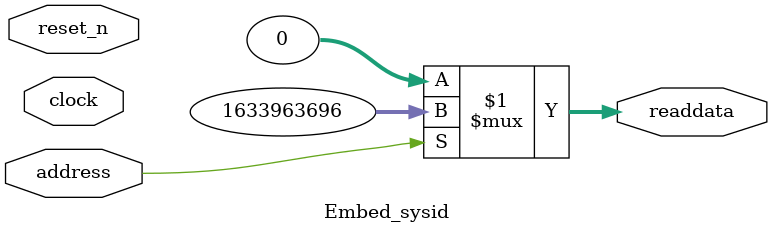
<source format=v>



// synthesis translate_off
`timescale 1ns / 1ps
// synthesis translate_on

// turn off superfluous verilog processor warnings 
// altera message_level Level1 
// altera message_off 10034 10035 10036 10037 10230 10240 10030 

module Embed_sysid (
               // inputs:
                address,
                clock,
                reset_n,

               // outputs:
                readdata
             )
;

  output  [ 31: 0] readdata;
  input            address;
  input            clock;
  input            reset_n;

  wire    [ 31: 0] readdata;
  //control_slave, which is an e_avalon_slave
  assign readdata = address ? 1633963696 : 0;

endmodule



</source>
